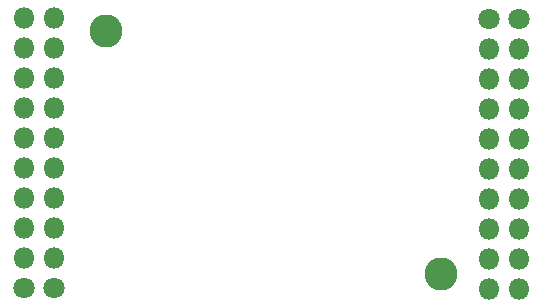
<source format=gbs>
G04 #@! TF.GenerationSoftware,KiCad,Pcbnew,(5.1.10)-1*
G04 #@! TF.CreationDate,2021-10-06T11:05:37+02:00*
G04 #@! TF.ProjectId,ProtoBoard_v2.0,50726f74-6f42-46f6-9172-645f76322e30,rev?*
G04 #@! TF.SameCoordinates,Original*
G04 #@! TF.FileFunction,Soldermask,Bot*
G04 #@! TF.FilePolarity,Negative*
%FSLAX46Y46*%
G04 Gerber Fmt 4.6, Leading zero omitted, Abs format (unit mm)*
G04 Created by KiCad (PCBNEW (5.1.10)-1) date 2021-10-06 11:05:37*
%MOMM*%
%LPD*%
G01*
G04 APERTURE LIST*
%ADD10C,1.802000*%
%ADD11O,1.802000X1.802000*%
%ADD12C,2.802000*%
G04 APERTURE END LIST*
D10*
X144322800Y-89611200D03*
D11*
X144322800Y-92151200D03*
X144322800Y-94691200D03*
X144322800Y-97231200D03*
X144322800Y-99771200D03*
X144322800Y-102311200D03*
X144322800Y-104851200D03*
X144322800Y-107391200D03*
X144322800Y-109931200D03*
X144322800Y-112471200D03*
X141782800Y-112471200D03*
X141782800Y-109931200D03*
X141782800Y-107391200D03*
X141782800Y-104851200D03*
X141782800Y-102311200D03*
X141782800Y-99771200D03*
X141782800Y-97231200D03*
X141782800Y-94691200D03*
X141782800Y-92151200D03*
D10*
X141782800Y-89611200D03*
D11*
X104914700Y-89514680D03*
X104914700Y-92054680D03*
X104914700Y-94594680D03*
X104914700Y-97134680D03*
X104914700Y-99674680D03*
X104914700Y-102214680D03*
X104914700Y-104754680D03*
X104914700Y-107294680D03*
X104914700Y-109834680D03*
D10*
X104914700Y-112374680D03*
X102362000Y-112369600D03*
D11*
X102362000Y-109829600D03*
X102362000Y-107289600D03*
X102362000Y-104749600D03*
X102362000Y-102209600D03*
X102362000Y-99669600D03*
X102362000Y-97129600D03*
X102362000Y-94589600D03*
X102362000Y-92049600D03*
X102362000Y-89509600D03*
D12*
X137693400Y-111226600D03*
X109347000Y-90627200D03*
M02*

</source>
